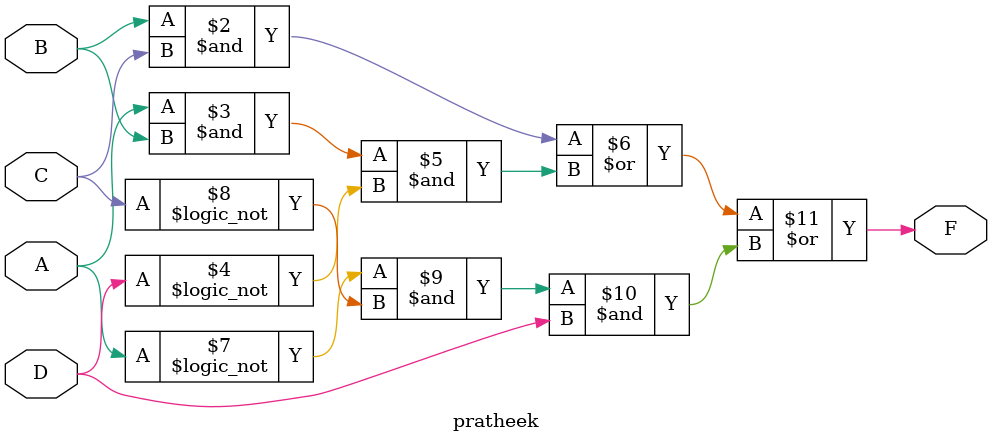
<source format=v>
module pratheek(

	input wire A,
	input wire B,
	input wire C,
	input wire D,

	output wire F,
	);
	
	always @(*)
	begin
        F=((B&C)|(A&B&(!D))|(!A)&(!C)&D);  	
	end
	endmodule

</source>
